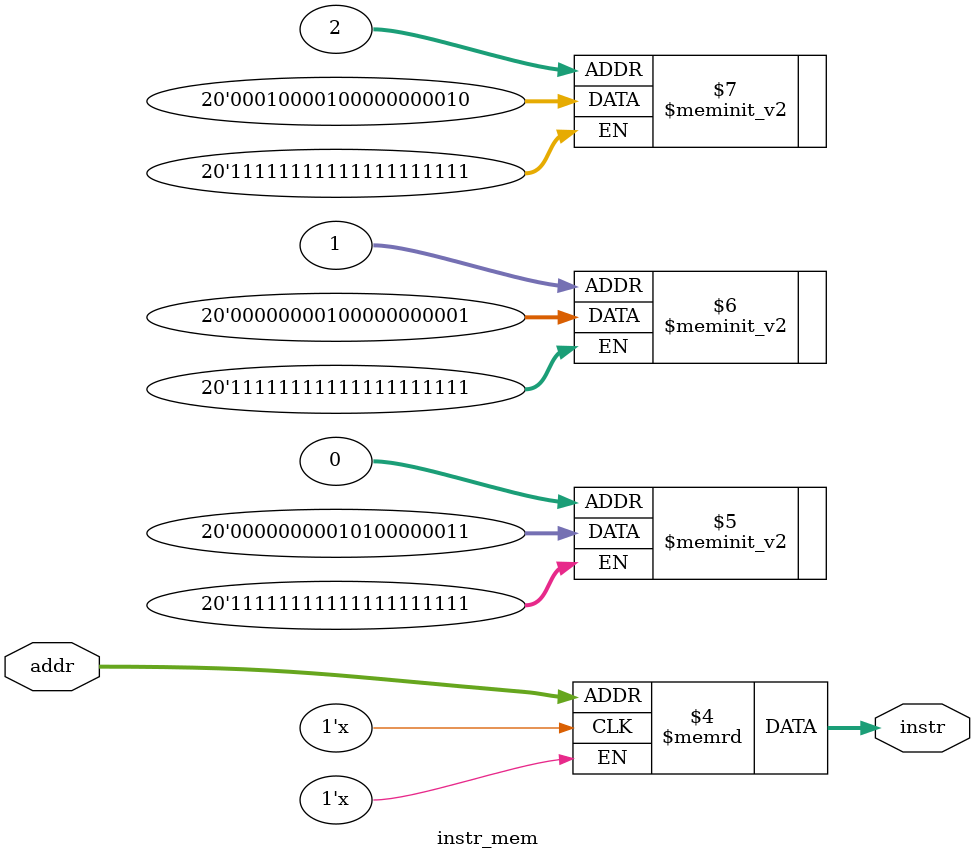
<source format=v>
`timescale 1ns / 1ps


module instr_mem (
    input  [7:0] addr,
    output [19:0] instr
);
    reg [19:0] mem [0:255];

    initial begin
        mem[0] = {4'b0000,8'h05,8'h03}; // ADD
        mem[1] = {4'b0000,8'h08,8'h01}; // ADD (RAW hazard)
        mem[2] = {4'b0001,8'h08,8'h02}; // SUB
    end

    assign instr = mem[addr];
endmodule



</source>
